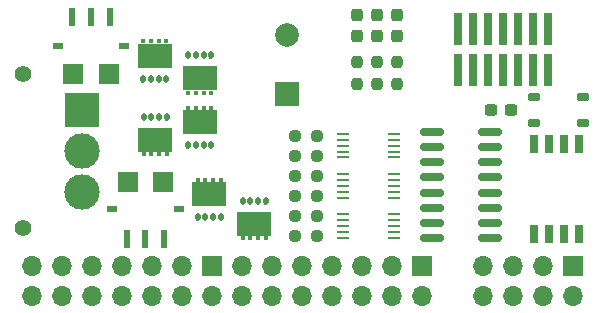
<source format=gbr>
%TF.GenerationSoftware,KiCad,Pcbnew,8.0.6-8.0.6-0~ubuntu22.04.1*%
%TF.CreationDate,2024-11-01T23:26:47+09:00*%
%TF.ProjectId,blmd_hardware,626c6d64-5f68-4617-9264-776172652e6b,rev?*%
%TF.SameCoordinates,Original*%
%TF.FileFunction,Soldermask,Top*%
%TF.FilePolarity,Negative*%
%FSLAX46Y46*%
G04 Gerber Fmt 4.6, Leading zero omitted, Abs format (unit mm)*
G04 Created by KiCad (PCBNEW 8.0.6-8.0.6-0~ubuntu22.04.1) date 2024-11-01 23:26:47*
%MOMM*%
%LPD*%
G01*
G04 APERTURE LIST*
G04 Aperture macros list*
%AMRoundRect*
0 Rectangle with rounded corners*
0 $1 Rounding radius*
0 $2 $3 $4 $5 $6 $7 $8 $9 X,Y pos of 4 corners*
0 Add a 4 corners polygon primitive as box body*
4,1,4,$2,$3,$4,$5,$6,$7,$8,$9,$2,$3,0*
0 Add four circle primitives for the rounded corners*
1,1,$1+$1,$2,$3*
1,1,$1+$1,$4,$5*
1,1,$1+$1,$6,$7*
1,1,$1+$1,$8,$9*
0 Add four rect primitives between the rounded corners*
20,1,$1+$1,$2,$3,$4,$5,0*
20,1,$1+$1,$4,$5,$6,$7,0*
20,1,$1+$1,$6,$7,$8,$9,0*
20,1,$1+$1,$8,$9,$2,$3,0*%
%AMFreePoly0*
4,1,21,-0.300000,0.107500,-0.291817,0.148638,-0.268514,0.183514,-0.233638,0.206817,-0.192500,0.215000,0.192500,0.215000,0.233638,0.206817,0.268514,0.183514,0.291817,0.148638,0.300000,0.107500,0.300000,-0.107500,0.291817,-0.148638,0.268514,-0.183514,0.233638,-0.206817,0.192500,-0.215000,-0.192500,-0.215000,-0.233638,-0.206817,-0.268514,-0.183514,-0.291817,-0.148638,-0.300000,-0.107500,
-0.300000,0.107500,-0.300000,0.107500,$1*%
G04 Aperture macros list end*
%ADD10RoundRect,0.150000X0.825000X0.150000X-0.825000X0.150000X-0.825000X-0.150000X0.825000X-0.150000X0*%
%ADD11RoundRect,0.237500X0.250000X0.237500X-0.250000X0.237500X-0.250000X-0.237500X0.250000X-0.237500X0*%
%ADD12FreePoly0,270.000000*%
%ADD13RoundRect,0.107500X-0.107500X0.192500X-0.107500X-0.192500X0.107500X-0.192500X0.107500X0.192500X0*%
%ADD14R,0.430000X0.450000*%
%ADD15R,3.000000X2.000000*%
%ADD16R,1.700000X1.700000*%
%ADD17O,1.700000X1.700000*%
%ADD18R,0.760000X1.600000*%
%ADD19RoundRect,0.237500X0.237500X-0.250000X0.237500X0.250000X-0.237500X0.250000X-0.237500X-0.250000X0*%
%ADD20R,1.100000X0.250000*%
%ADD21R,0.500000X1.600000*%
%ADD22R,0.900000X0.600000*%
%ADD23R,1.800000X1.700000*%
%ADD24RoundRect,0.237500X-0.237500X0.287500X-0.237500X-0.287500X0.237500X-0.287500X0.237500X0.287500X0*%
%ADD25FreePoly0,90.000000*%
%ADD26RoundRect,0.107500X0.107500X-0.192500X0.107500X0.192500X-0.107500X0.192500X-0.107500X-0.192500X0*%
%ADD27R,2.000000X2.000000*%
%ADD28C,2.000000*%
%ADD29C,1.400000*%
%ADD30R,3.000000X3.000000*%
%ADD31C,3.000000*%
%ADD32RoundRect,0.162500X-0.362500X-0.162500X0.362500X-0.162500X0.362500X0.162500X-0.362500X0.162500X0*%
%ADD33RoundRect,0.237500X0.300000X0.237500X-0.300000X0.237500X-0.300000X-0.237500X0.300000X-0.237500X0*%
%ADD34R,0.660400X2.768600*%
G04 APERTURE END LIST*
D10*
%TO.C,U5*%
X91075000Y-64905000D03*
X91075000Y-63635000D03*
X91075000Y-62365000D03*
X91075000Y-61095000D03*
X86125000Y-61095000D03*
X86125000Y-62365000D03*
X86125000Y-63635000D03*
X86125000Y-64905000D03*
%TD*%
D11*
%TO.C,R6*%
X76412500Y-68200000D03*
X74587500Y-68200000D03*
%TD*%
D12*
%TO.C,Q1*%
X72085000Y-66900000D03*
D13*
X71435000Y-66900000D03*
X70785000Y-66900000D03*
X70135000Y-66900000D03*
D14*
X70135000Y-70075000D03*
X70785000Y-70075000D03*
X71435000Y-70074000D03*
X72085000Y-70075000D03*
D15*
X71110000Y-68849500D03*
%TD*%
D16*
%TO.C,J4*%
X85340000Y-72400000D03*
D17*
X85340000Y-74940000D03*
X82800000Y-72400000D03*
X82800000Y-74940000D03*
X80260000Y-72400000D03*
X80260000Y-74940000D03*
X77720000Y-72400000D03*
X77720000Y-74940000D03*
X75180000Y-72400000D03*
X75180000Y-74940000D03*
X72640000Y-72400000D03*
X72640000Y-74940000D03*
X70100000Y-72400000D03*
X70100000Y-74940000D03*
%TD*%
D18*
%TO.C,SW2*%
X98605000Y-62090000D03*
X97335000Y-62090000D03*
X96065000Y-62090000D03*
X94795000Y-62090000D03*
X94795000Y-69710000D03*
X96065000Y-69710000D03*
X97335000Y-69710000D03*
X98605000Y-69710000D03*
%TD*%
D11*
%TO.C,R3*%
X76412500Y-69900000D03*
X74587500Y-69900000D03*
%TD*%
D12*
%TO.C,Q3*%
X67485000Y-54600000D03*
D13*
X66835000Y-54600000D03*
X66185000Y-54600000D03*
X65535000Y-54600000D03*
D14*
X65535000Y-57775000D03*
X66185000Y-57775000D03*
X66835000Y-57774000D03*
X67485000Y-57775000D03*
D15*
X66510000Y-56549500D03*
%TD*%
D19*
%TO.C,R21*%
X81500000Y-57012500D03*
X81500000Y-55187500D03*
%TD*%
D20*
%TO.C,U1*%
X78650000Y-68050000D03*
X78650000Y-68550000D03*
X78650000Y-69050000D03*
X78650000Y-69550000D03*
X78650000Y-70050000D03*
X82950000Y-70050000D03*
X82950000Y-69550000D03*
X82950000Y-69050000D03*
X82950000Y-68550000D03*
X82950000Y-68050000D03*
%TD*%
D11*
%TO.C,R7*%
X76412500Y-64800000D03*
X74587500Y-64800000D03*
%TD*%
D21*
%TO.C,U6*%
X60300000Y-70150000D03*
X61900000Y-70150000D03*
X63500000Y-70150000D03*
D22*
X64700000Y-67650000D03*
D23*
X63400000Y-65300000D03*
X60400000Y-65300000D03*
D22*
X59100000Y-67650000D03*
%TD*%
D11*
%TO.C,R8*%
X76412500Y-61400000D03*
X74587500Y-61400000D03*
%TD*%
D24*
%TO.C,D7*%
X81500000Y-51225000D03*
X81500000Y-52975000D03*
%TD*%
D20*
%TO.C,U2*%
X78650000Y-64650000D03*
X78650000Y-65150000D03*
X78650000Y-65650000D03*
X78650000Y-66150000D03*
X78650000Y-66650000D03*
X82950000Y-66650000D03*
X82950000Y-66150000D03*
X82950000Y-65650000D03*
X82950000Y-65150000D03*
X82950000Y-64650000D03*
%TD*%
D25*
%TO.C,Q2*%
X65515000Y-62200000D03*
D26*
X66165000Y-62200000D03*
X66815000Y-62200000D03*
X67465000Y-62200000D03*
D14*
X67465000Y-59025000D03*
X66815000Y-59025000D03*
X66165000Y-59026000D03*
X65515000Y-59025000D03*
D15*
X66490000Y-60250500D03*
%TD*%
D11*
%TO.C,R4*%
X76412500Y-66500000D03*
X74587500Y-66500000D03*
%TD*%
D10*
%TO.C,U4*%
X91075000Y-70105000D03*
X91075000Y-68835000D03*
X91075000Y-67565000D03*
X91075000Y-66295000D03*
X86125000Y-66295000D03*
X86125000Y-67565000D03*
X86125000Y-68835000D03*
X86125000Y-70105000D03*
%TD*%
D12*
%TO.C,Q5*%
X63685000Y-59800000D03*
D13*
X63035000Y-59800000D03*
X62385000Y-59800000D03*
X61735000Y-59800000D03*
D14*
X61735000Y-62975000D03*
X62385000Y-62975000D03*
X63035000Y-62974000D03*
X63685000Y-62975000D03*
D15*
X62710000Y-61749500D03*
%TD*%
D16*
%TO.C,J3*%
X67560000Y-72400000D03*
D17*
X67560000Y-74940000D03*
X65020000Y-72400000D03*
X65020000Y-74940000D03*
X62480000Y-72400000D03*
X62480000Y-74940000D03*
X59940000Y-72400000D03*
X59940000Y-74940000D03*
X57400000Y-72400000D03*
X57400000Y-74940000D03*
X54860000Y-72400000D03*
X54860000Y-74940000D03*
X52320000Y-72400000D03*
X52320000Y-74940000D03*
%TD*%
D25*
%TO.C,Q4*%
X66315000Y-68300000D03*
D26*
X66965000Y-68300000D03*
X67615000Y-68300000D03*
X68265000Y-68300000D03*
D14*
X68265000Y-65125000D03*
X67615000Y-65125000D03*
X66965000Y-65126000D03*
X66315000Y-65125000D03*
D15*
X67290000Y-66350500D03*
%TD*%
D19*
%TO.C,R22*%
X83200000Y-57012500D03*
X83200000Y-55187500D03*
%TD*%
D27*
%TO.C,C1*%
X73863200Y-57866677D03*
D28*
X73863200Y-52866677D03*
%TD*%
D19*
%TO.C,R20*%
X79800000Y-57012500D03*
X79800000Y-55187500D03*
%TD*%
D24*
%TO.C,D8*%
X83200000Y-51225000D03*
X83200000Y-52975000D03*
%TD*%
D25*
%TO.C,Q6*%
X61715000Y-56600000D03*
D26*
X62365000Y-56600000D03*
X63015000Y-56600000D03*
X63665000Y-56600000D03*
D14*
X63665000Y-53425000D03*
X63015000Y-53425000D03*
X62365000Y-53426000D03*
X61715000Y-53425000D03*
D15*
X62690000Y-54650500D03*
%TD*%
D21*
%TO.C,U7*%
X58900000Y-51350000D03*
X57300000Y-51350000D03*
X55700000Y-51350000D03*
D22*
X54500000Y-53850000D03*
D23*
X55800000Y-56200000D03*
X58800000Y-56200000D03*
D22*
X60100000Y-53850000D03*
%TD*%
D11*
%TO.C,R5*%
X76412500Y-63100000D03*
X74587500Y-63100000D03*
%TD*%
D29*
%TO.C,J1*%
X51500000Y-69200000D03*
X51500000Y-56200000D03*
D30*
X56500000Y-59200000D03*
D31*
X56500000Y-62700000D03*
X56500000Y-66200000D03*
%TD*%
D32*
%TO.C,SW1*%
X94825000Y-58175000D03*
X98975000Y-58175000D03*
X94825000Y-60325000D03*
X98975000Y-60325000D03*
%TD*%
D33*
%TO.C,C12*%
X92862500Y-59200000D03*
X91137500Y-59200000D03*
%TD*%
D34*
%TO.C,J6*%
X96010000Y-52335000D03*
X96010000Y-55865000D03*
X94740000Y-52335000D03*
X94740000Y-55865000D03*
X93470000Y-52335000D03*
X93470000Y-55865000D03*
X92200000Y-52335000D03*
X92200000Y-55865000D03*
X90930000Y-52335000D03*
X90930000Y-55865000D03*
X89660000Y-52335000D03*
X89660000Y-55865000D03*
X88390000Y-52335000D03*
X88390000Y-55865000D03*
%TD*%
D24*
%TO.C,D6*%
X79800000Y-51225000D03*
X79800000Y-52975000D03*
%TD*%
D16*
%TO.C,J2*%
X98100000Y-72400000D03*
D17*
X98100000Y-74940000D03*
X95560000Y-72400000D03*
X95560000Y-74940000D03*
X93020000Y-72400000D03*
X93020000Y-74940000D03*
X90480000Y-72400000D03*
X90480000Y-74940000D03*
%TD*%
D20*
%TO.C,U3*%
X78650000Y-61250000D03*
X78650000Y-61750000D03*
X78650000Y-62250000D03*
X78650000Y-62750000D03*
X78650000Y-63250000D03*
X82950000Y-63250000D03*
X82950000Y-62750000D03*
X82950000Y-62250000D03*
X82950000Y-61750000D03*
X82950000Y-61250000D03*
%TD*%
M02*

</source>
